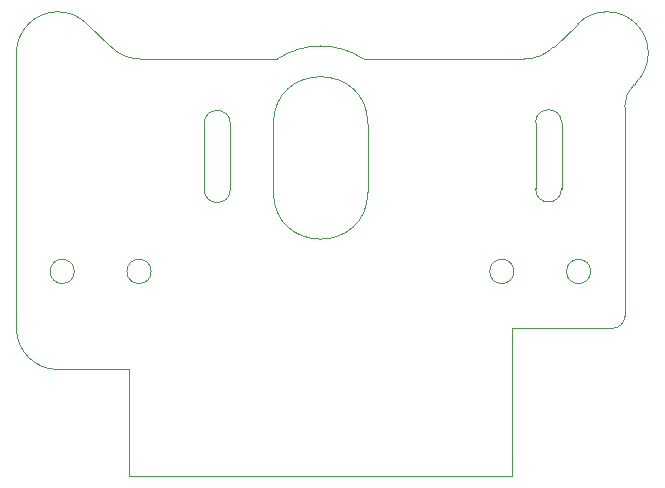
<source format=gbr>
%TF.GenerationSoftware,KiCad,Pcbnew,8.0.2*%
%TF.CreationDate,2024-09-14T16:24:21+02:00*%
%TF.ProjectId,servoFrogSwitches,73657276-6f46-4726-9f67-537769746368,rev?*%
%TF.SameCoordinates,Original*%
%TF.FileFunction,Profile,NP*%
%FSLAX46Y46*%
G04 Gerber Fmt 4.6, Leading zero omitted, Abs format (unit mm)*
G04 Created by KiCad (PCBNEW 8.0.2) date 2024-09-14 16:24:21*
%MOMM*%
%LPD*%
G01*
G04 APERTURE LIST*
%TA.AperFunction,Profile*%
%ADD10C,0.100000*%
%TD*%
%TA.AperFunction,Profile*%
%ADD11C,0.120000*%
%TD*%
G04 APERTURE END LIST*
D10*
X105500000Y-93000000D02*
X111500000Y-93000000D01*
X105500000Y-93000000D02*
G75*
G02*
X102000000Y-89500000I0J3500000D01*
G01*
X144000000Y-89500000D02*
X152500000Y-89500000D01*
X145950000Y-72113000D02*
G75*
G02*
X148150000Y-72113000I1100000J0D01*
G01*
X152000000Y-62713000D02*
G75*
G02*
X155500000Y-66213000I0J-3500000D01*
G01*
X153500000Y-70750000D02*
X153500000Y-88500000D01*
X120100000Y-72163000D02*
X120100000Y-77763000D01*
X117900000Y-77763000D02*
X117900000Y-72163000D01*
X117900000Y-72163000D02*
G75*
G02*
X120100000Y-72163000I1100000J0D01*
G01*
X112500000Y-66713000D02*
X124100000Y-66713001D01*
X144000000Y-102000000D02*
X111500000Y-102000000D01*
X111500000Y-93000000D02*
X111500000Y-102000000D01*
X154271281Y-68887963D02*
X154474874Y-68687874D01*
X149525126Y-63738126D02*
G75*
G02*
X152000000Y-62713000I2474874J-2474874D01*
G01*
X124100000Y-66713001D02*
G75*
G02*
X131400000Y-66713001I3650000J-5499999D01*
G01*
X155500000Y-66213000D02*
G75*
G02*
X154474874Y-68687874I-3500000J0D01*
G01*
X144000000Y-102000000D02*
X144000000Y-89500000D01*
X147474874Y-65687874D02*
G75*
G02*
X145000000Y-66713000I-2474874J2474874D01*
G01*
X120100000Y-77763000D02*
G75*
G02*
X117900000Y-77763000I-1100000J0D01*
G01*
X153500000Y-88500000D02*
G75*
G02*
X152500000Y-89500000I-1000000J0D01*
G01*
X123750000Y-72213000D02*
G75*
G02*
X131750000Y-72213000I4000000J0D01*
G01*
X145950000Y-77713000D02*
X145950000Y-72113000D01*
X102000000Y-66213000D02*
G75*
G02*
X105500000Y-62713000I3500000J0D01*
G01*
X153500000Y-70750000D02*
G75*
G02*
X154271285Y-68887967I2633300J0D01*
G01*
X123750000Y-77961000D02*
X123750000Y-72213000D01*
X107974874Y-63738126D02*
X110025126Y-65687874D01*
X105500000Y-62713000D02*
G75*
G02*
X107974874Y-63738126I0J-3500000D01*
G01*
X131750000Y-72213000D02*
X131750000Y-77961000D01*
X131400000Y-66713001D02*
X145000000Y-66713000D01*
X131750000Y-77961000D02*
G75*
G02*
X123750000Y-77961000I-4000000J0D01*
G01*
X112500000Y-66713000D02*
G75*
G02*
X110025126Y-65687874I0J3500000D01*
G01*
X147474874Y-65687874D02*
X149525126Y-63738126D01*
X148150000Y-72113000D02*
X148150000Y-77713000D01*
X102000000Y-89500000D02*
X102000000Y-66213000D01*
X148150000Y-77713000D02*
G75*
G02*
X145950000Y-77713000I-1100000J0D01*
G01*
D11*
%TO.C,SW502*%
X106907000Y-84700000D02*
G75*
G02*
X104857000Y-84700000I-1025000J0D01*
G01*
X104857000Y-84700000D02*
G75*
G02*
X106907000Y-84700000I1025000J0D01*
G01*
X113407000Y-84700000D02*
G75*
G02*
X111357000Y-84700000I-1025000J0D01*
G01*
X111357000Y-84700000D02*
G75*
G02*
X113407000Y-84700000I1025000J0D01*
G01*
%TO.C,SW501*%
X150618000Y-84700000D02*
G75*
G02*
X148568000Y-84700000I-1025000J0D01*
G01*
X148568000Y-84700000D02*
G75*
G02*
X150618000Y-84700000I1025000J0D01*
G01*
X144118000Y-84700000D02*
G75*
G02*
X142068000Y-84700000I-1025000J0D01*
G01*
X142068000Y-84700000D02*
G75*
G02*
X144118000Y-84700000I1025000J0D01*
G01*
%TD*%
M02*

</source>
